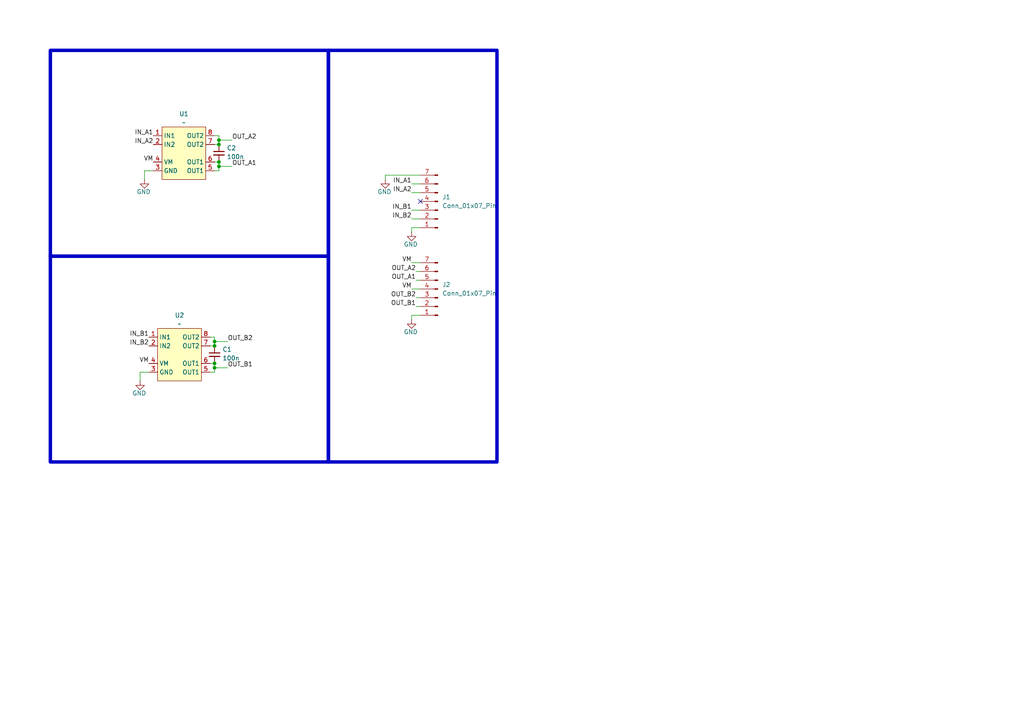
<source format=kicad_sch>
(kicad_sch (version 20231120) (generator "eeschema") (generator_version "8.0")
  (paper "A4")
  (lib_symbols
    (symbol "Connector:Conn_01x07_Pin" (pin_names (offset 1.016) hide)
      (property "Reference" "J" (at 0 10.16 0))
      (property "Value" "Conn_01x07_Pin" (at 0 -10.16 0))
      (symbol "Conn_01x07_Pin_1_1"
        (polyline (pts (xy 1.27 -7.62) (xy 0.8636 -7.62)) (stroke (width 0.1524)))
        (polyline (pts (xy 1.27 -5.08) (xy 0.8636 -5.08)) (stroke (width 0.1524)))
        (polyline (pts (xy 1.27 -2.54) (xy 0.8636 -2.54)) (stroke (width 0.1524)))
        (polyline (pts (xy 1.27 0) (xy 0.8636 0)) (stroke (width 0.1524)))
        (polyline (pts (xy 1.27 2.54) (xy 0.8636 2.54)) (stroke (width 0.1524)))
        (polyline (pts (xy 1.27 5.08) (xy 0.8636 5.08)) (stroke (width 0.1524)))
        (polyline (pts (xy 1.27 7.62) (xy 0.8636 7.62)) (stroke (width 0.1524)))
        (rectangle (start 0.8636 -7.493) (end 0 -7.747) (stroke (width 0.1524)) (fill (type outline)))
        (rectangle (start 0.8636 -4.953) (end 0 -5.207) (stroke (width 0.1524)) (fill (type outline)))
        (rectangle (start 0.8636 -2.413) (end 0 -2.667) (stroke (width 0.1524)) (fill (type outline)))
        (rectangle (start 0.8636 0.127) (end 0 -0.127) (stroke (width 0.1524)) (fill (type outline)))
        (rectangle (start 0.8636 2.667) (end 0 2.413) (stroke (width 0.1524)) (fill (type outline)))
        (rectangle (start 0.8636 5.207) (end 0 4.953) (stroke (width 0.1524)) (fill (type outline)))
        (rectangle (start 0.8636 7.747) (end 0 7.493) (stroke (width 0.1524)) (fill (type outline)))
        (pin passive line (at 5.08 7.62 180) (length 3.81) (name "Pin_1") (number "1"))
        (pin passive line (at 5.08 5.08 180) (length 3.81) (name "Pin_2") (number "2"))
        (pin passive line (at 5.08 2.54 180) (length 3.81) (name "Pin_3") (number "3"))
        (pin passive line (at 5.08 0 180) (length 3.81) (name "Pin_4") (number "4"))
        (pin passive line (at 5.08 -2.54 180) (length 3.81) (name "Pin_5") (number "5"))
        (pin passive line (at 5.08 -5.08 180) (length 3.81) (name "Pin_6") (number "6"))
        (pin passive line (at 5.08 -7.62 180) (length 3.81) (name "Pin_7") (number "7"))
      )
    )
    (symbol "Device:C_Small" (pin_numbers hide) (pin_names (offset 0.254) hide)
      (property "Reference" "C" (at 0.254 1.778 0))
      (property "Value" "C_Small" (at 0.254 -2.032 0))
      (symbol "C_Small_0_1"
        (polyline (pts (xy -1.524 -0.508) (xy 1.524 -0.508)) (stroke (width 0.3302)))
        (polyline (pts (xy -1.524 0.508) (xy 1.524 0.508)) (stroke (width 0.3048)))
      )
      (symbol "C_Small_1_1"
        (pin passive line (at 0 2.54 270) (length 2.032) (name "~") (number "1"))
        (pin passive line (at 0 -2.54 90) (length 2.032) (name "~") (number "2"))
      )
    )
    (symbol "MixLib:TA6586"
      (property "Reference" "U" (at -1.016 0.254 0))
      (symbol "TA6586_1_1"
        (rectangle (start -6.35 7.62) (end 6.35 -7.62) (fill (type background)))
        (pin input line (at -8.89 5.08 0) (length 2.54) (name "IN1") (number "1"))
        (pin input line (at -8.89 2.54 0) (length 2.54) (name "IN2") (number "2"))
        (pin power_out line (at -8.89 -5.08 0) (length 2.54) (name "GND") (number "3"))
        (pin power_in line (at -8.89 -2.54 0) (length 2.54) (name "VM") (number "4"))
        (pin power_out line (at 8.89 -5.08 180) (length 2.54) (name "OUT1") (number "5"))
        (pin power_out line (at 8.89 -2.54 180) (length 2.54) (name "OUT1") (number "6"))
        (pin power_out line (at 8.89 2.54 180) (length 2.54) (name "OUT2") (number "7"))
        (pin power_out line (at 8.89 5.08 180) (length 2.54) (name "OUT2") (number "8"))
      )
    )
    (symbol "power:GND" (power) (pin_numbers hide) (pin_names (offset 0) hide)
      (property "Value" "GND" (at 0 -3.81 0))
      (symbol "GND_0_1"
        (polyline (pts (xy 0 0) (xy 0 -1.27) (xy 1.27 -1.27) (xy 0 -2.54) (xy -1.27 -1.27) (xy 0 -1.27)))
      )
      (symbol "GND_1_1"
        (pin power_in line (at 0 0 270) (length 0) (name "~") (number "1"))
      )
    )
  )
  (junction (at 62.23 99.06))
  (junction (at 62.23 105.41))
  (junction (at 62.23 106.68))
  (junction (at 63.5 41.91))
  (junction (at 62.23 100.33))
  (junction (at 63.5 48.26))
  (junction (at 63.5 40.64))
  (junction (at 63.5 46.99))
  (no_connect (at 121.92 58.42))
  (wire (pts (xy 62.23 41.91) (xy 63.5 41.91)))
  (wire (pts (xy 62.23 97.79) (xy 60.96 97.79)))
  (wire (pts (xy 63.5 46.99) (xy 63.5 48.26)))
  (wire (pts (xy 119.38 76.2) (xy 121.92 76.2)))
  (wire (pts (xy 40.64 107.95) (xy 43.18 107.95)))
  (wire (pts (xy 62.23 106.68) (xy 62.23 107.95)))
  (wire (pts (xy 62.23 97.79) (xy 62.23 99.06)))
  (wire (pts (xy 66.04 99.06) (xy 62.23 99.06)))
  (wire (pts (xy 63.5 48.26) (xy 63.5 49.53)))
  (wire (pts (xy 66.04 106.68) (xy 62.23 106.68)))
  (wire (pts (xy 119.38 60.96) (xy 121.92 60.96)))
  (wire (pts (xy 119.38 63.5) (xy 121.92 63.5)))
  (wire (pts (xy 67.31 48.26) (xy 63.5 48.26)))
  (wire (pts (xy 63.5 39.37) (xy 62.23 39.37)))
  (wire (pts (xy 119.38 83.82) (xy 121.92 83.82)))
  (wire (pts (xy 119.38 53.34) (xy 121.92 53.34)))
  (wire (pts (xy 62.23 105.41) (xy 60.96 105.41)))
  (wire (pts (xy 121.92 91.44) (xy 119.38 91.44)))
  (wire (pts (xy 62.23 99.06) (xy 62.23 100.33)))
  (wire (pts (xy 41.91 52.07) (xy 41.91 49.53)))
  (wire (pts (xy 120.65 88.9) (xy 121.92 88.9)))
  (wire (pts (xy 111.76 50.8) (xy 121.92 50.8)))
  (wire (pts (xy 60.96 100.33) (xy 62.23 100.33)))
  (wire (pts (xy 62.23 107.95) (xy 60.96 107.95)))
  (wire (pts (xy 120.65 78.74) (xy 121.92 78.74)))
  (wire (pts (xy 120.65 86.36) (xy 121.92 86.36)))
  (wire (pts (xy 62.23 105.41) (xy 62.23 106.68)))
  (wire (pts (xy 67.31 40.64) (xy 63.5 40.64)))
  (wire (pts (xy 119.38 55.88) (xy 121.92 55.88)))
  (wire (pts (xy 119.38 66.04) (xy 119.38 67.31)))
  (wire (pts (xy 40.64 110.49) (xy 40.64 107.95)))
  (wire (pts (xy 63.5 39.37) (xy 63.5 40.64)))
  (wire (pts (xy 120.65 81.28) (xy 121.92 81.28)))
  (wire (pts (xy 41.91 49.53) (xy 44.45 49.53)))
  (wire (pts (xy 63.5 40.64) (xy 63.5 41.91)))
  (wire (pts (xy 121.92 66.04) (xy 119.38 66.04)))
  (wire (pts (xy 63.5 46.99) (xy 62.23 46.99)))
  (wire (pts (xy 63.5 49.53) (xy 62.23 49.53)))
  (wire (pts (xy 111.76 50.8) (xy 111.76 52.07)))
  (wire (pts (xy 119.38 91.44) (xy 119.38 92.71)))
  (rectangle (start 95.25 14.605) (end 144.145 133.985) (stroke (width 1)))
  (rectangle (start 14.605 14.605) (end 95.25 74.295) (stroke (width 1)))
  (rectangle (start 14.605 74.295) (end 95.25 133.985) (stroke (width 1)))
  (label "IN_A1" (at 44.45 39.37 180))
  (label "OUT_A1" (at 67.31 48.26 0))
  (label "IN_B1" (at 119.38 60.96 180))
  (label "VM" (at 44.45 46.99 180))
  (label "VM" (at 119.38 83.82 180))
  (label "IN_A2" (at 44.45 41.91 180))
  (label "OUT_B2" (at 66.04 99.06 0))
  (label "IN_B2" (at 43.18 100.33 180))
  (label "OUT_A2" (at 120.65 78.74 180))
  (label "VM" (at 43.18 105.41 180))
  (label "IN_A1" (at 119.38 53.34 180))
  (label "OUT_B2" (at 120.65 86.36 180))
  (label "VM" (at 119.38 76.2 180))
  (label "OUT_B1" (at 66.04 106.68 0))
  (label "IN_B1" (at 43.18 97.79 180))
  (label "OUT_B1" (at 120.65 88.9 180))
  (label "OUT_A2" (at 67.31 40.64 0))
  (label "IN_B2" (at 119.38 63.5 180))
  (label "OUT_A1" (at 120.65 81.28 180))
  (label "IN_A2" (at 119.38 55.88 180))
  (symbol (lib_id "Device:C_Small") (at 62.23 102.87 0) (unit 1)
    (property "Reference" "C1" (at 64.516 101.346 0) (effects (justify left)))
    (property "Value" "100n" (at 64.516 103.886 0) (effects (justify left)))
    (property "Footprint" "Capacitor_SMD:C_0805_2012Metric" (effects (hide yes)))
    (property "Description" "Unpolarized capacitor, small symbol" (effects (hide yes)))
  )
  (symbol (lib_id "power:GND") (at 119.38 92.71 0) (unit 1)
    (property "Reference" "#PWR03" (effects (hide yes)))
    (property "Value" "GND" (at 119.126 96.266 0))
    (property "Description" "Power symbol creates a global label with name \"GND\" , ground" (effects (hide yes)))
  )
  (symbol (lib_id "power:GND") (at 119.38 67.31 0) (unit 1)
    (property "Reference" "#PWR02" (effects (hide yes)))
    (property "Value" "GND" (at 119.126 70.866 0))
    (property "Description" "Power symbol creates a global label with name \"GND\" , ground" (effects (hide yes)))
  )
  (symbol (lib_id "MixLib:TA6586") (at 53.34 44.45 0) (unit 1)
    (property "Reference" "U1" (at 53.34 33.02 0))
    (property "Value" "~" (at 53.34 35.56 0))
    (property "Footprint" "Package_DIP:DIP-8_W7.62mm_SMDSocket_SmallPads" (effects (hide yes)))
  )
  (symbol (lib_id "power:GND") (at 40.64 110.49 0) (unit 1)
    (property "Reference" "#PWR05" (effects (hide yes)))
    (property "Value" "GND" (at 40.386 114.046 0))
    (property "Description" "Power symbol creates a global label with name \"GND\" , ground" (effects (hide yes)))
  )
  (symbol (lib_id "Connector:Conn_01x07_Pin") (at 127 83.82 180) (unit 1)
    (property "Reference" "J2" (at 128.27 82.5499 0) (effects (justify right)))
    (property "Value" "Conn_01x07_Pin" (at 128.27 85.0899 0) (effects (justify right)))
    (property "Footprint" "Connector_PinHeader_2.54mm:PinHeader_1x07_P2.54mm_Vertical" (effects (hide yes)))
    (property "Description" "Generic connector, single row, 01x07, script generated" (effects (hide yes)))
  )
  (symbol (lib_id "Device:C_Small") (at 63.5 44.45 0) (unit 1)
    (property "Reference" "C2" (at 65.786 42.926 0) (effects (justify left)))
    (property "Value" "100n" (at 65.786 45.466 0) (effects (justify left)))
    (property "Footprint" "Capacitor_SMD:C_0805_2012Metric" (effects (hide yes)))
    (property "Description" "Unpolarized capacitor, small symbol" (effects (hide yes)))
  )
  (symbol (lib_id "Connector:Conn_01x07_Pin") (at 127 58.42 180) (unit 1)
    (property "Reference" "J1" (at 128.27 57.1499 0) (effects (justify right)))
    (property "Value" "Conn_01x07_Pin" (at 128.27 59.6899 0) (effects (justify right)))
    (property "Footprint" "Connector_PinHeader_2.54mm:PinHeader_1x07_P2.54mm_Vertical" (effects (hide yes)))
    (property "Description" "Generic connector, single row, 01x07, script generated" (effects (hide yes)))
  )
  (symbol (lib_id "power:GND") (at 41.91 52.07 0) (unit 1)
    (property "Reference" "#PWR04" (effects (hide yes)))
    (property "Value" "GND" (at 41.656 55.626 0))
    (property "Description" "Power symbol creates a global label with name \"GND\" , ground" (effects (hide yes)))
  )
  (symbol (lib_id "MixLib:TA6586") (at 52.07 102.87 0) (unit 1)
    (property "Reference" "U2" (at 52.07 91.44 0))
    (property "Value" "~" (at 52.07 93.98 0))
    (property "Footprint" "Package_DIP:DIP-8_W7.62mm_SMDSocket_SmallPads" (effects (hide yes)))
  )
  (symbol (lib_id "power:GND") (at 111.76 52.07 0) (unit 1)
    (property "Reference" "#PWR01" (effects (hide yes)))
    (property "Value" "GND" (at 111.506 55.626 0))
    (property "Description" "Power symbol creates a global label with name \"GND\" , ground" (effects (hide yes)))
  )
)
</source>
